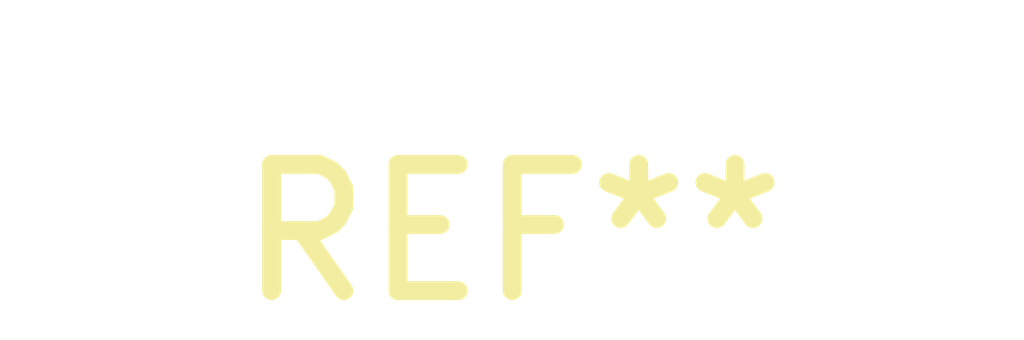
<source format=kicad_pcb>
(kicad_pcb (version 4) (host pcbnew "(2015-04-27 BZR 5628)-product")

  (general
    (links 0)
    (no_connects 0)
    (area 0 0 0 0)
    (thickness 1.6)
    (drawings 0)
    (tracks 0)
    (zones 0)
    (modules 1)
    (nets 1)
  )

  (page A4)
  (layers
    (0 F.Cu signal)
    (31 B.Cu signal)
    (32 B.Adhes user)
    (33 F.Adhes user)
    (34 B.Paste user)
    (35 F.Paste user)
    (36 B.SilkS user)
    (37 F.SilkS user)
    (38 B.Mask user)
    (39 F.Mask user)
    (40 Dwgs.User user)
    (41 Cmts.User user)
    (42 Eco1.User user)
    (43 Eco2.User user)
    (44 Edge.Cuts user)
    (45 Margin user)
    (46 B.CrtYd user)
    (47 F.CrtYd user)
    (48 B.Fab user)
    (49 F.Fab user)
  )

  (setup
    (last_trace_width 0.25)
    (trace_clearance 0.2)
    (zone_clearance 0.508)
    (zone_45_only no)
    (trace_min 0.2)
    (segment_width 0.2)
    (edge_width 0.15)
    (via_size 0.6)
    (via_drill 0.4)
    (via_min_size 0.4)
    (via_min_drill 0.3)
    (uvia_size 0.3)
    (uvia_drill 0.1)
    (uvias_allowed no)
    (uvia_min_size 0.2)
    (uvia_min_drill 0.1)
    (pcb_text_width 0.3)
    (pcb_text_size 1.5 1.5)
    (mod_edge_width 0.15)
    (mod_text_size 1 1)
    (mod_text_width 0.15)
    (pad_size 1.524 1.524)
    (pad_drill 0.762)
    (pad_to_mask_clearance 0.2)
    (aux_axis_origin 0 0)
    (visible_elements FFFFFF7F)
    (pcbplotparams
      (layerselection 0x00030_80000001)
      (usegerberextensions false)
      (excludeedgelayer true)
      (linewidth 0.100000)
      (plotframeref false)
      (viasonmask false)
      (mode 1)
      (useauxorigin false)
      (hpglpennumber 1)
      (hpglpenspeed 20)
      (hpglpendiameter 15)
      (hpglpenoverlay 2)
      (psnegative false)
      (psa4output false)
      (plotreference true)
      (plotvalue true)
      (plotinvisibletext false)
      (padsonsilk false)
      (subtractmaskfromsilk false)
      (outputformat 1)
      (mirror false)
      (drillshape 1)
      (scaleselection 1)
      (outputdirectory ""))
  )

  (net 0 "")

  (net_class Default "This is the default net class."
    (clearance 0.2)
    (trace_width 0.25)
    (via_dia 0.6)
    (via_drill 0.4)
    (uvia_dia 0.3)
    (uvia_drill 0.1)
  )

  (module PP-thumb (layer F.Cu) (tedit 554749DA) (tstamp 55474FDA)
    (at 0 0)
    (fp_text reference REF** (at 0 0.5) (layer F.SilkS)
      (effects (font (size 1 1) (thickness 0.15)))
    )
    (fp_text value PP-thumb (at 0 -0.5) (layer F.Fab)
      (effects (font (size 1 1) (thickness 0.15)))
    )
  )

)

</source>
